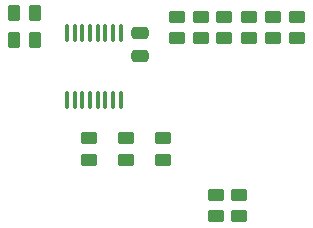
<source format=gbp>
G04 #@! TF.GenerationSoftware,KiCad,Pcbnew,(6.0.0)*
G04 #@! TF.CreationDate,2022-01-20T17:07:56-06:00*
G04 #@! TF.ProjectId,ctrl_board,6374726c-5f62-46f6-9172-642e6b696361,rev?*
G04 #@! TF.SameCoordinates,Original*
G04 #@! TF.FileFunction,Paste,Bot*
G04 #@! TF.FilePolarity,Positive*
%FSLAX46Y46*%
G04 Gerber Fmt 4.6, Leading zero omitted, Abs format (unit mm)*
G04 Created by KiCad (PCBNEW (6.0.0)) date 2022-01-20 17:07:56*
%MOMM*%
%LPD*%
G01*
G04 APERTURE LIST*
G04 Aperture macros list*
%AMRoundRect*
0 Rectangle with rounded corners*
0 $1 Rounding radius*
0 $2 $3 $4 $5 $6 $7 $8 $9 X,Y pos of 4 corners*
0 Add a 4 corners polygon primitive as box body*
4,1,4,$2,$3,$4,$5,$6,$7,$8,$9,$2,$3,0*
0 Add four circle primitives for the rounded corners*
1,1,$1+$1,$2,$3*
1,1,$1+$1,$4,$5*
1,1,$1+$1,$6,$7*
1,1,$1+$1,$8,$9*
0 Add four rect primitives between the rounded corners*
20,1,$1+$1,$2,$3,$4,$5,0*
20,1,$1+$1,$4,$5,$6,$7,0*
20,1,$1+$1,$6,$7,$8,$9,0*
20,1,$1+$1,$8,$9,$2,$3,0*%
G04 Aperture macros list end*
%ADD10RoundRect,0.250000X-0.262500X-0.450000X0.262500X-0.450000X0.262500X0.450000X-0.262500X0.450000X0*%
%ADD11RoundRect,0.250000X-0.450000X0.262500X-0.450000X-0.262500X0.450000X-0.262500X0.450000X0.262500X0*%
%ADD12RoundRect,0.250000X0.450000X-0.262500X0.450000X0.262500X-0.450000X0.262500X-0.450000X-0.262500X0*%
%ADD13RoundRect,0.100000X0.100000X-0.637500X0.100000X0.637500X-0.100000X0.637500X-0.100000X-0.637500X0*%
%ADD14RoundRect,0.250000X0.262500X0.450000X-0.262500X0.450000X-0.262500X-0.450000X0.262500X-0.450000X0*%
%ADD15RoundRect,0.250000X-0.475000X0.250000X-0.475000X-0.250000X0.475000X-0.250000X0.475000X0.250000X0*%
G04 APERTURE END LIST*
D10*
X206187500Y-107800000D03*
X208012500Y-107800000D03*
D11*
X220038083Y-105780500D03*
X220038083Y-107605500D03*
X222070466Y-105780500D03*
X222070466Y-107605500D03*
D12*
X218859500Y-117892500D03*
X218859500Y-116067500D03*
X215700000Y-117892500D03*
X215700000Y-116067500D03*
X212573000Y-117892500D03*
X212573000Y-116067500D03*
D13*
X215275000Y-112862500D03*
X214625000Y-112862500D03*
X213975000Y-112862500D03*
X213325000Y-112862500D03*
X212675000Y-112862500D03*
X212025000Y-112862500D03*
X211375000Y-112862500D03*
X210725000Y-112862500D03*
X210725000Y-107137500D03*
X211375000Y-107137500D03*
X212025000Y-107137500D03*
X212675000Y-107137500D03*
X213325000Y-107137500D03*
X213975000Y-107137500D03*
X214625000Y-107137500D03*
X215275000Y-107137500D03*
D12*
X223300000Y-122712500D03*
X223300000Y-120887500D03*
X225274084Y-122712500D03*
X225274084Y-120887500D03*
D14*
X208012500Y-105500000D03*
X206187500Y-105500000D03*
D15*
X216900000Y-107200000D03*
X216900000Y-109100000D03*
D11*
X226135232Y-105780500D03*
X226135232Y-107605500D03*
X230200000Y-105780500D03*
X230200000Y-107605500D03*
X228167615Y-105780500D03*
X228167615Y-107605500D03*
D12*
X224000000Y-107625000D03*
X224000000Y-105800000D03*
M02*

</source>
